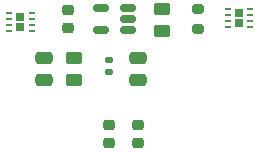
<source format=gbr>
%TF.GenerationSoftware,KiCad,Pcbnew,8.0.1*%
%TF.CreationDate,2024-03-24T19:04:35+02:00*%
%TF.ProjectId,PowerKiCad-CLRMAT005,506f7765-724b-4694-9361-642d434c524d,rev?*%
%TF.SameCoordinates,Original*%
%TF.FileFunction,Paste,Top*%
%TF.FilePolarity,Positive*%
%FSLAX46Y46*%
G04 Gerber Fmt 4.6, Leading zero omitted, Abs format (unit mm)*
G04 Created by KiCad (PCBNEW 8.0.1) date 2024-03-24 19:04:35*
%MOMM*%
%LPD*%
G01*
G04 APERTURE LIST*
G04 Aperture macros list*
%AMRoundRect*
0 Rectangle with rounded corners*
0 $1 Rounding radius*
0 $2 $3 $4 $5 $6 $7 $8 $9 X,Y pos of 4 corners*
0 Add a 4 corners polygon primitive as box body*
4,1,4,$2,$3,$4,$5,$6,$7,$8,$9,$2,$3,0*
0 Add four circle primitives for the rounded corners*
1,1,$1+$1,$2,$3*
1,1,$1+$1,$4,$5*
1,1,$1+$1,$6,$7*
1,1,$1+$1,$8,$9*
0 Add four rect primitives between the rounded corners*
20,1,$1+$1,$2,$3,$4,$5,0*
20,1,$1+$1,$4,$5,$6,$7,0*
20,1,$1+$1,$6,$7,$8,$9,0*
20,1,$1+$1,$8,$9,$2,$3,0*%
G04 Aperture macros list end*
%ADD10R,0.750000X0.650000*%
%ADD11RoundRect,0.062500X-0.187500X-0.062500X0.187500X-0.062500X0.187500X0.062500X-0.187500X0.062500X0*%
%ADD12RoundRect,0.225000X-0.250000X0.225000X-0.250000X-0.225000X0.250000X-0.225000X0.250000X0.225000X0*%
%ADD13RoundRect,0.250000X-0.475000X0.250000X-0.475000X-0.250000X0.475000X-0.250000X0.475000X0.250000X0*%
%ADD14RoundRect,0.218750X0.256250X-0.218750X0.256250X0.218750X-0.256250X0.218750X-0.256250X-0.218750X0*%
%ADD15RoundRect,0.150000X0.512500X0.150000X-0.512500X0.150000X-0.512500X-0.150000X0.512500X-0.150000X0*%
%ADD16RoundRect,0.250000X0.450000X-0.262500X0.450000X0.262500X-0.450000X0.262500X-0.450000X-0.262500X0*%
%ADD17RoundRect,0.250000X-0.450000X0.262500X-0.450000X-0.262500X0.450000X-0.262500X0.450000X0.262500X0*%
%ADD18RoundRect,0.135000X-0.185000X0.135000X-0.185000X-0.135000X0.185000X-0.135000X0.185000X0.135000X0*%
%ADD19RoundRect,0.200000X-0.275000X0.200000X-0.275000X-0.200000X0.275000X-0.200000X0.275000X0.200000X0*%
G04 APERTURE END LIST*
D10*
%TO.C,U2*%
X154500000Y-93275000D03*
X154500000Y-94075000D03*
D11*
X153550000Y-92925000D03*
X153550000Y-93425000D03*
X153550000Y-93925000D03*
X153550000Y-94425000D03*
X155450000Y-94425000D03*
X155450000Y-93925000D03*
X155450000Y-93425000D03*
X155450000Y-92925000D03*
%TD*%
D12*
%TO.C,C1*%
X146000000Y-102725000D03*
X146000000Y-104275000D03*
%TD*%
D13*
%TO.C,C3*%
X138000000Y-97050000D03*
X138000000Y-98950000D03*
%TD*%
D14*
%TO.C,D1*%
X140000000Y-94562500D03*
X140000000Y-92987500D03*
%TD*%
D15*
%TO.C,U3*%
X145137500Y-94725000D03*
X145137500Y-93775000D03*
X145137500Y-92825000D03*
X142862500Y-92825000D03*
X142862500Y-94725000D03*
%TD*%
D16*
%TO.C,R2*%
X140500000Y-98912500D03*
X140500000Y-97087500D03*
%TD*%
D13*
%TO.C,C4*%
X146000000Y-97050000D03*
X146000000Y-98950000D03*
%TD*%
D17*
%TO.C,R3*%
X148000000Y-92950000D03*
X148000000Y-94775000D03*
%TD*%
D18*
%TO.C,R1*%
X143500000Y-97265000D03*
X143500000Y-98285000D03*
%TD*%
D10*
%TO.C,U1*%
X136000000Y-93625000D03*
X136000000Y-94425000D03*
D11*
X135050000Y-93275000D03*
X135050000Y-93775000D03*
X135050000Y-94275000D03*
X135050000Y-94775000D03*
X136950000Y-94775000D03*
X136950000Y-94275000D03*
X136950000Y-93775000D03*
X136950000Y-93275000D03*
%TD*%
D19*
%TO.C,R4*%
X151000000Y-92950000D03*
X151000000Y-94600000D03*
%TD*%
D12*
%TO.C,C2*%
X143500000Y-102725000D03*
X143500000Y-104275000D03*
%TD*%
M02*

</source>
